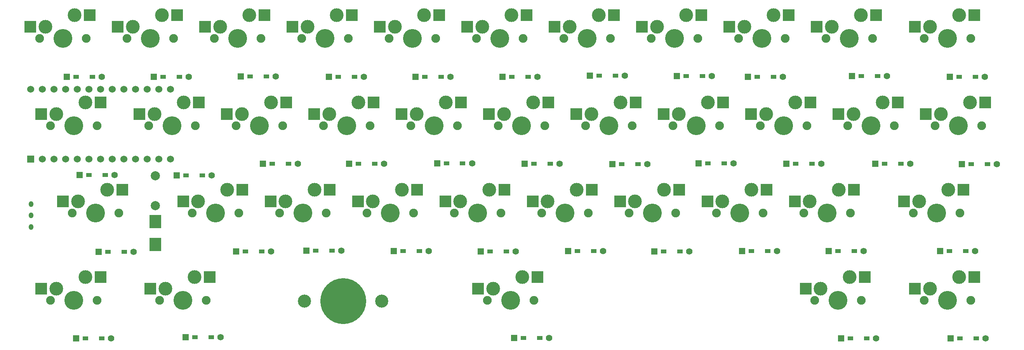
<source format=gbr>
%TF.GenerationSoftware,KiCad,Pcbnew,7.0.8*%
%TF.CreationDate,2024-11-13T13:09:43+09:00*%
%TF.ProjectId,cool337,636f6f6c-3333-4372-9e6b-696361645f70,rev?*%
%TF.SameCoordinates,Original*%
%TF.FileFunction,Soldermask,Bot*%
%TF.FilePolarity,Negative*%
%FSLAX46Y46*%
G04 Gerber Fmt 4.6, Leading zero omitted, Abs format (unit mm)*
G04 Created by KiCad (PCBNEW 7.0.8) date 2024-11-13 13:09:43*
%MOMM*%
%LPD*%
G01*
G04 APERTURE LIST*
%ADD10R,1.397000X1.397000*%
%ADD11R,1.300000X0.950000*%
%ADD12C,1.397000*%
%ADD13C,1.900000*%
%ADD14C,3.000000*%
%ADD15C,4.100000*%
%ADD16R,2.550000X2.500000*%
%ADD17C,2.850000*%
%ADD18C,10.000000*%
%ADD19C,2.000000*%
%ADD20O,1.000000X1.300000*%
%ADD21C,1.524000*%
%ADD22R,1.524000X1.524000*%
%ADD23R,2.600000X3.000000*%
G04 APERTURE END LIST*
D10*
%TO.C,D6*%
X95910000Y-8330000D03*
D11*
X97945000Y-8330000D03*
X101495000Y-8330000D03*
D12*
X103530000Y-8330000D03*
%TD*%
D13*
%TO.C,SW35*%
X92551250Y-57150000D03*
D14*
X93821250Y-54610000D03*
D15*
X97631250Y-57150000D03*
D14*
X100171250Y-52070000D03*
D13*
X102711250Y-57150000D03*
D16*
X90546250Y-54610000D03*
X103473250Y-52070000D03*
%TD*%
D13*
%TO.C,SW22*%
X190182500Y-19050000D03*
D14*
X191452500Y-16510000D03*
D15*
X195262500Y-19050000D03*
D14*
X197802500Y-13970000D03*
D13*
X200342500Y-19050000D03*
D16*
X188177500Y-16510000D03*
X201104500Y-13970000D03*
%TD*%
D10*
%TO.C,D20*%
X157755000Y-27290000D03*
D11*
X159790000Y-27290000D03*
X163340000Y-27290000D03*
D12*
X165375000Y-27290000D03*
%TD*%
D13*
%TO.C,SW13*%
X18732500Y-19050000D03*
D14*
X20002500Y-16510000D03*
D15*
X23812500Y-19050000D03*
D14*
X26352500Y-13970000D03*
D13*
X28892500Y-19050000D03*
D16*
X16727500Y-16510000D03*
X29654500Y-13970000D03*
%TD*%
D13*
%TO.C,SW3*%
X33020000Y0D03*
D14*
X34290000Y2540000D03*
D15*
X38100000Y0D03*
D14*
X40640000Y5080000D03*
D13*
X43180000Y0D03*
D16*
X31015000Y2540000D03*
X43942000Y5080000D03*
%TD*%
D13*
%TO.C,SW1*%
X-5080000Y0D03*
D14*
X-3810000Y2540000D03*
D15*
X0Y0D03*
D14*
X2540000Y5080000D03*
D13*
X5080000Y0D03*
D16*
X-7085000Y2540000D03*
X5842000Y5080000D03*
%TD*%
D13*
%TO.C,SW19*%
X133032500Y-19050000D03*
D14*
X134302500Y-16510000D03*
D15*
X138112500Y-19050000D03*
D14*
X140652500Y-13970000D03*
D13*
X143192500Y-19050000D03*
D16*
X131027500Y-16510000D03*
X143954500Y-13970000D03*
%TD*%
D10*
%TO.C,D7*%
X114920000Y-8080000D03*
D11*
X116955000Y-8080000D03*
X120505000Y-8080000D03*
D12*
X122540000Y-8080000D03*
%TD*%
D10*
%TO.C,D31*%
X167010000Y-46320000D03*
D11*
X169045000Y-46320000D03*
X172595000Y-46320000D03*
D12*
X174630000Y-46320000D03*
%TD*%
D17*
%TO.C,BT1*%
X69580000Y-57260000D03*
X52680000Y-57260000D03*
D18*
X61130000Y-57260000D03*
%TD*%
D13*
%TO.C,SW10*%
X166370000Y0D03*
D14*
X167640000Y2540000D03*
D15*
X171450000Y0D03*
D14*
X173990000Y5080000D03*
D13*
X176530000Y0D03*
D16*
X164365000Y2540000D03*
X177292000Y5080000D03*
%TD*%
D13*
%TO.C,SW26*%
X66357500Y-38100000D03*
D14*
X67627500Y-35560000D03*
D15*
X71437500Y-38100000D03*
D14*
X73977500Y-33020000D03*
D13*
X76517500Y-38100000D03*
D16*
X64352500Y-35560000D03*
X77279500Y-33020000D03*
%TD*%
D13*
%TO.C,SW36*%
X163988750Y-57150000D03*
D14*
X165258750Y-54610000D03*
D15*
X169068750Y-57150000D03*
D14*
X171608750Y-52070000D03*
D13*
X174148750Y-57150000D03*
D16*
X161983750Y-54610000D03*
X174910750Y-52070000D03*
%TD*%
D10*
%TO.C,D8*%
X133930000Y-8200000D03*
D11*
X135965000Y-8200000D03*
X139515000Y-8200000D03*
D12*
X141550000Y-8200000D03*
%TD*%
D10*
%TO.C,D22*%
X196005000Y-27410000D03*
D11*
X198040000Y-27410000D03*
X201590000Y-27410000D03*
D12*
X203625000Y-27410000D03*
%TD*%
D10*
%TO.C,D34*%
X26825000Y-65170000D03*
D11*
X28860000Y-65170000D03*
X32410000Y-65170000D03*
D12*
X34445000Y-65170000D03*
%TD*%
D10*
%TO.C,D29*%
X129000000Y-46420000D03*
D11*
X131035000Y-46420000D03*
X134585000Y-46420000D03*
D12*
X136620000Y-46420000D03*
%TD*%
D13*
%TO.C,SW11*%
X187801250Y0D03*
D14*
X189071250Y2540000D03*
D15*
X192881250Y0D03*
D14*
X195421250Y5080000D03*
D13*
X197961250Y0D03*
D16*
X185796250Y2540000D03*
X198723250Y5080000D03*
%TD*%
D13*
%TO.C,SW29*%
X123507500Y-38100000D03*
D14*
X124777500Y-35560000D03*
D15*
X128587500Y-38100000D03*
D14*
X131127500Y-33020000D03*
D13*
X133667500Y-38100000D03*
D16*
X121502500Y-35560000D03*
X134429500Y-33020000D03*
%TD*%
D10*
%TO.C,D23*%
X7850000Y-46520000D03*
D11*
X9885000Y-46520000D03*
X13435000Y-46520000D03*
D12*
X15470000Y-46520000D03*
%TD*%
D13*
%TO.C,SW32*%
X185420000Y-38100000D03*
D14*
X186690000Y-35560000D03*
D15*
X190500000Y-38100000D03*
D14*
X193040000Y-33020000D03*
D13*
X195580000Y-38100000D03*
D16*
X183415000Y-35560000D03*
X196342000Y-33020000D03*
%TD*%
D19*
%TO.C,SW39*%
X20220000Y-29950000D03*
X20220000Y-36450000D03*
%TD*%
D13*
%TO.C,SW17*%
X94932500Y-19050000D03*
D14*
X96202500Y-16510000D03*
D15*
X100012500Y-19050000D03*
D14*
X102552500Y-13970000D03*
D13*
X105092500Y-19050000D03*
D16*
X92927500Y-16510000D03*
X105854500Y-13970000D03*
%TD*%
D10*
%TO.C,D24*%
X37810000Y-46460000D03*
D11*
X39845000Y-46460000D03*
X43395000Y-46460000D03*
D12*
X45430000Y-46460000D03*
%TD*%
D13*
%TO.C,SW15*%
X56832500Y-19050000D03*
D14*
X58102500Y-16510000D03*
D15*
X61912500Y-19050000D03*
D14*
X64452500Y-13970000D03*
D13*
X66992500Y-19050000D03*
D16*
X54827500Y-16510000D03*
X67754500Y-13970000D03*
%TD*%
D13*
%TO.C,SW31*%
X161607500Y-38100000D03*
D14*
X162877500Y-35560000D03*
D15*
X166687500Y-38100000D03*
D14*
X169227500Y-33020000D03*
D13*
X171767500Y-38100000D03*
D16*
X159602500Y-35560000D03*
X172529500Y-33020000D03*
%TD*%
D10*
%TO.C,D32*%
X191275000Y-46390000D03*
D11*
X193310000Y-46390000D03*
X196860000Y-46390000D03*
D12*
X198895000Y-46390000D03*
%TD*%
D13*
%TO.C,SW12*%
X-2698750Y-19050000D03*
D14*
X-1428750Y-16510000D03*
D15*
X2381250Y-19050000D03*
D14*
X4921250Y-13970000D03*
D13*
X7461250Y-19050000D03*
D16*
X-4703750Y-16510000D03*
X8223250Y-13970000D03*
%TD*%
D10*
%TO.C,D26*%
X72155000Y-46340000D03*
D11*
X74190000Y-46340000D03*
X77740000Y-46340000D03*
D12*
X79775000Y-46340000D03*
%TD*%
D10*
%TO.C,D15*%
X62425000Y-27330000D03*
D11*
X64460000Y-27330000D03*
X68010000Y-27330000D03*
D12*
X70045000Y-27330000D03*
%TD*%
D13*
%TO.C,SW9*%
X147320000Y0D03*
D14*
X148590000Y2540000D03*
D15*
X152400000Y0D03*
D14*
X154940000Y5080000D03*
D13*
X157480000Y0D03*
D16*
X145315000Y2540000D03*
X158242000Y5080000D03*
%TD*%
D10*
%TO.C,D2*%
X19845000Y-8330000D03*
D11*
X21880000Y-8330000D03*
X25430000Y-8330000D03*
D12*
X27465000Y-8330000D03*
%TD*%
D13*
%TO.C,SW8*%
X128270000Y0D03*
D14*
X129540000Y2540000D03*
D15*
X133350000Y0D03*
D14*
X135890000Y5080000D03*
D13*
X138430000Y0D03*
D16*
X126265000Y2540000D03*
X139192000Y5080000D03*
%TD*%
D13*
%TO.C,SW30*%
X142557500Y-38100000D03*
D14*
X143827500Y-35560000D03*
D15*
X147637500Y-38100000D03*
D14*
X150177500Y-33020000D03*
D13*
X152717500Y-38100000D03*
D16*
X140552500Y-35560000D03*
X153479500Y-33020000D03*
%TD*%
D10*
%TO.C,D12*%
X3660000Y-29750000D03*
D11*
X5695000Y-29750000D03*
X9245000Y-29750000D03*
D12*
X11280000Y-29750000D03*
%TD*%
D13*
%TO.C,SW25*%
X47307500Y-38100000D03*
D14*
X48577500Y-35560000D03*
D15*
X52387500Y-38100000D03*
D14*
X54927500Y-33020000D03*
D13*
X57467500Y-38100000D03*
D16*
X45302500Y-35560000D03*
X58229500Y-33020000D03*
%TD*%
D13*
%TO.C,SW34*%
X21113750Y-57150000D03*
D14*
X22383750Y-54610000D03*
D15*
X26193750Y-57150000D03*
D14*
X28733750Y-52070000D03*
D13*
X31273750Y-57150000D03*
D16*
X19108750Y-54610000D03*
X32035750Y-52070000D03*
%TD*%
D10*
%TO.C,D36*%
X169740000Y-65420000D03*
D11*
X171775000Y-65420000D03*
X175325000Y-65420000D03*
D12*
X177360000Y-65420000D03*
%TD*%
D20*
%TO.C,SW38*%
X-6910000Y-41100000D03*
X-6910000Y-38600000D03*
X-6910000Y-36100000D03*
%TD*%
D10*
%TO.C,D25*%
X53150000Y-46280000D03*
D11*
X55185000Y-46280000D03*
X58735000Y-46280000D03*
D12*
X60770000Y-46280000D03*
%TD*%
D13*
%TO.C,SW23*%
X2063750Y-38100000D03*
D14*
X3333750Y-35560000D03*
D15*
X7143750Y-38100000D03*
D14*
X9683750Y-33020000D03*
D13*
X12223750Y-38100000D03*
D16*
X58750Y-35560000D03*
X12985750Y-33020000D03*
%TD*%
D10*
%TO.C,D3*%
X38800000Y-8240000D03*
D11*
X40835000Y-8240000D03*
X44385000Y-8240000D03*
D12*
X46420000Y-8240000D03*
%TD*%
D10*
%TO.C,D10*%
X172110000Y-8140000D03*
D11*
X174145000Y-8140000D03*
X177695000Y-8140000D03*
D12*
X179730000Y-8140000D03*
%TD*%
D21*
%TO.C,U1*%
X-4420000Y-11088600D03*
X-1880000Y-11088600D03*
X660000Y-11088600D03*
X3200000Y-11088600D03*
X5740000Y-11088600D03*
X8280000Y-11088600D03*
X10820000Y-11088600D03*
X13360000Y-11088600D03*
X15900000Y-11088600D03*
X18440000Y-11088600D03*
X20980000Y-11088600D03*
X23520000Y-11088600D03*
X23520000Y-26308600D03*
X20980000Y-26308600D03*
X18440000Y-26308600D03*
X15900000Y-26308600D03*
X13360000Y-26308600D03*
X10820000Y-26308600D03*
X8280000Y-26308600D03*
X5740000Y-26308600D03*
X3200000Y-26308600D03*
X660000Y-26308600D03*
X-1880000Y-26308600D03*
X-4420000Y-26308600D03*
D22*
X-6960000Y-26308600D03*
D21*
X-6960000Y-11088600D03*
%TD*%
D10*
%TO.C,D35*%
X98460000Y-65360000D03*
D11*
X100495000Y-65360000D03*
X104045000Y-65360000D03*
D12*
X106080000Y-65360000D03*
%TD*%
D13*
%TO.C,SW4*%
X52070000Y0D03*
D14*
X53340000Y2540000D03*
D15*
X57150000Y0D03*
D14*
X59690000Y5080000D03*
D13*
X62230000Y0D03*
D16*
X50065000Y2540000D03*
X62992000Y5080000D03*
%TD*%
D10*
%TO.C,D5*%
X76910000Y-8360000D03*
D11*
X78945000Y-8360000D03*
X82495000Y-8360000D03*
D12*
X84530000Y-8360000D03*
%TD*%
D10*
%TO.C,D30*%
X148120000Y-46370000D03*
D11*
X150155000Y-46370000D03*
X153705000Y-46370000D03*
D12*
X155740000Y-46370000D03*
%TD*%
D10*
%TO.C,D1*%
X920000Y-8330000D03*
D11*
X2955000Y-8330000D03*
X6505000Y-8330000D03*
D12*
X8540000Y-8330000D03*
%TD*%
D10*
%TO.C,D19*%
X138615000Y-27260000D03*
D11*
X140650000Y-27260000D03*
X144200000Y-27260000D03*
D12*
X146235000Y-27260000D03*
%TD*%
D10*
%TO.C,D18*%
X119835000Y-27350000D03*
D11*
X121870000Y-27350000D03*
X125420000Y-27350000D03*
D12*
X127455000Y-27350000D03*
%TD*%
D10*
%TO.C,D14*%
X43635000Y-27340000D03*
D11*
X45670000Y-27340000D03*
X49220000Y-27340000D03*
D12*
X51255000Y-27340000D03*
%TD*%
D13*
%TO.C,SW2*%
X13970000Y0D03*
D14*
X15240000Y2540000D03*
D15*
X19050000Y0D03*
D14*
X21590000Y5080000D03*
D13*
X24130000Y0D03*
D16*
X11965000Y2540000D03*
X24892000Y5080000D03*
%TD*%
D13*
%TO.C,SW21*%
X171132500Y-19050000D03*
D14*
X172402500Y-16510000D03*
D15*
X176212500Y-19050000D03*
D14*
X178752500Y-13970000D03*
D13*
X181292500Y-19050000D03*
D16*
X169127500Y-16510000D03*
X182054500Y-13970000D03*
%TD*%
D10*
%TO.C,D13*%
X24880000Y-29880000D03*
D11*
X26915000Y-29880000D03*
X30465000Y-29880000D03*
D12*
X32500000Y-29880000D03*
%TD*%
D10*
%TO.C,D37*%
X193555000Y-65370000D03*
D11*
X195590000Y-65370000D03*
X199140000Y-65370000D03*
D12*
X201175000Y-65370000D03*
%TD*%
D10*
%TO.C,D9*%
X149420000Y-8350000D03*
D11*
X151455000Y-8350000D03*
X155005000Y-8350000D03*
D12*
X157040000Y-8350000D03*
%TD*%
D13*
%TO.C,SW37*%
X187801250Y-57150000D03*
D14*
X189071250Y-54610000D03*
D15*
X192881250Y-57150000D03*
D14*
X195421250Y-52070000D03*
D13*
X197961250Y-57150000D03*
D16*
X185796250Y-54610000D03*
X198723250Y-52070000D03*
%TD*%
D10*
%TO.C,D4*%
X58040000Y-8310000D03*
D11*
X60075000Y-8310000D03*
X63625000Y-8310000D03*
D12*
X65660000Y-8310000D03*
%TD*%
D13*
%TO.C,SW6*%
X90170000Y0D03*
D14*
X91440000Y2540000D03*
D15*
X95250000Y0D03*
D14*
X97790000Y5080000D03*
D13*
X100330000Y0D03*
D16*
X88165000Y2540000D03*
X101092000Y5080000D03*
%TD*%
D10*
%TO.C,D33*%
X2925000Y-65430000D03*
D11*
X4960000Y-65430000D03*
X8510000Y-65430000D03*
D12*
X10545000Y-65430000D03*
%TD*%
D13*
%TO.C,SW20*%
X152082500Y-19050000D03*
D14*
X153352500Y-16510000D03*
D15*
X157162500Y-19050000D03*
D14*
X159702500Y-13970000D03*
D13*
X162242500Y-19050000D03*
D16*
X150077500Y-16510000D03*
X163004500Y-13970000D03*
%TD*%
D13*
%TO.C,SW14*%
X37782500Y-19050000D03*
D14*
X39052500Y-16510000D03*
D15*
X42862500Y-19050000D03*
D14*
X45402500Y-13970000D03*
D13*
X47942500Y-19050000D03*
D16*
X35777500Y-16510000D03*
X48704500Y-13970000D03*
%TD*%
D13*
%TO.C,SW5*%
X71120000Y0D03*
D14*
X72390000Y2540000D03*
D15*
X76200000Y0D03*
D14*
X78740000Y5080000D03*
D13*
X81280000Y0D03*
D16*
X69115000Y2540000D03*
X82042000Y5080000D03*
%TD*%
D13*
%TO.C,SW16*%
X75882500Y-19050000D03*
D14*
X77152500Y-16510000D03*
D15*
X80962500Y-19050000D03*
D14*
X83502500Y-13970000D03*
D13*
X86042500Y-19050000D03*
D16*
X73877500Y-16510000D03*
X86804500Y-13970000D03*
%TD*%
D13*
%TO.C,SW18*%
X113982500Y-19050000D03*
D14*
X115252500Y-16510000D03*
D15*
X119062500Y-19050000D03*
D14*
X121602500Y-13970000D03*
D13*
X124142500Y-19050000D03*
D16*
X111977500Y-16510000D03*
X124904500Y-13970000D03*
%TD*%
D10*
%TO.C,D11*%
X193420000Y-8340000D03*
D11*
X195455000Y-8340000D03*
X199005000Y-8340000D03*
D12*
X201040000Y-8340000D03*
%TD*%
D13*
%TO.C,SW27*%
X85407500Y-38100000D03*
D14*
X86677500Y-35560000D03*
D15*
X90487500Y-38100000D03*
D14*
X93027500Y-33020000D03*
D13*
X95567500Y-38100000D03*
D16*
X83402500Y-35560000D03*
X96329500Y-33020000D03*
%TD*%
D10*
%TO.C,D17*%
X100705000Y-27320000D03*
D11*
X102740000Y-27320000D03*
X106290000Y-27320000D03*
D12*
X108325000Y-27320000D03*
%TD*%
D10*
%TO.C,D27*%
X91155000Y-46470000D03*
D11*
X93190000Y-46470000D03*
X96740000Y-46470000D03*
D12*
X98775000Y-46470000D03*
%TD*%
D13*
%TO.C,SW28*%
X104457500Y-38100000D03*
D14*
X105727500Y-35560000D03*
D15*
X109537500Y-38100000D03*
D14*
X112077500Y-33020000D03*
D13*
X114617500Y-38100000D03*
D16*
X102452500Y-35560000D03*
X115379500Y-33020000D03*
%TD*%
D13*
%TO.C,SW33*%
X-2698750Y-57150000D03*
D14*
X-1428750Y-54610000D03*
D15*
X2381250Y-57150000D03*
D14*
X4921250Y-52070000D03*
D13*
X7461250Y-57150000D03*
D16*
X-4703750Y-54610000D03*
X8223250Y-52070000D03*
%TD*%
D10*
%TO.C,D16*%
X81615000Y-27190000D03*
D11*
X83650000Y-27190000D03*
X87200000Y-27190000D03*
D12*
X89235000Y-27190000D03*
%TD*%
D13*
%TO.C,SW7*%
X109220000Y0D03*
D14*
X110490000Y2540000D03*
D15*
X114300000Y0D03*
D14*
X116840000Y5080000D03*
D13*
X119380000Y0D03*
D16*
X107215000Y2540000D03*
X120142000Y5080000D03*
%TD*%
D10*
%TO.C,D21*%
X177195000Y-27280000D03*
D11*
X179230000Y-27280000D03*
X182780000Y-27280000D03*
D12*
X184815000Y-27280000D03*
%TD*%
D10*
%TO.C,D28*%
X110185000Y-46360000D03*
D11*
X112220000Y-46360000D03*
X115770000Y-46360000D03*
D12*
X117805000Y-46360000D03*
%TD*%
D13*
%TO.C,SW24*%
X28257500Y-38100000D03*
D14*
X29527500Y-35560000D03*
D15*
X33337500Y-38100000D03*
D14*
X35877500Y-33020000D03*
D13*
X38417500Y-38100000D03*
D16*
X26252500Y-35560000D03*
X39179500Y-33020000D03*
%TD*%
D23*
%TO.C,C2*%
X20160000Y-44900000D03*
X20160000Y-39900000D03*
%TD*%
M02*

</source>
